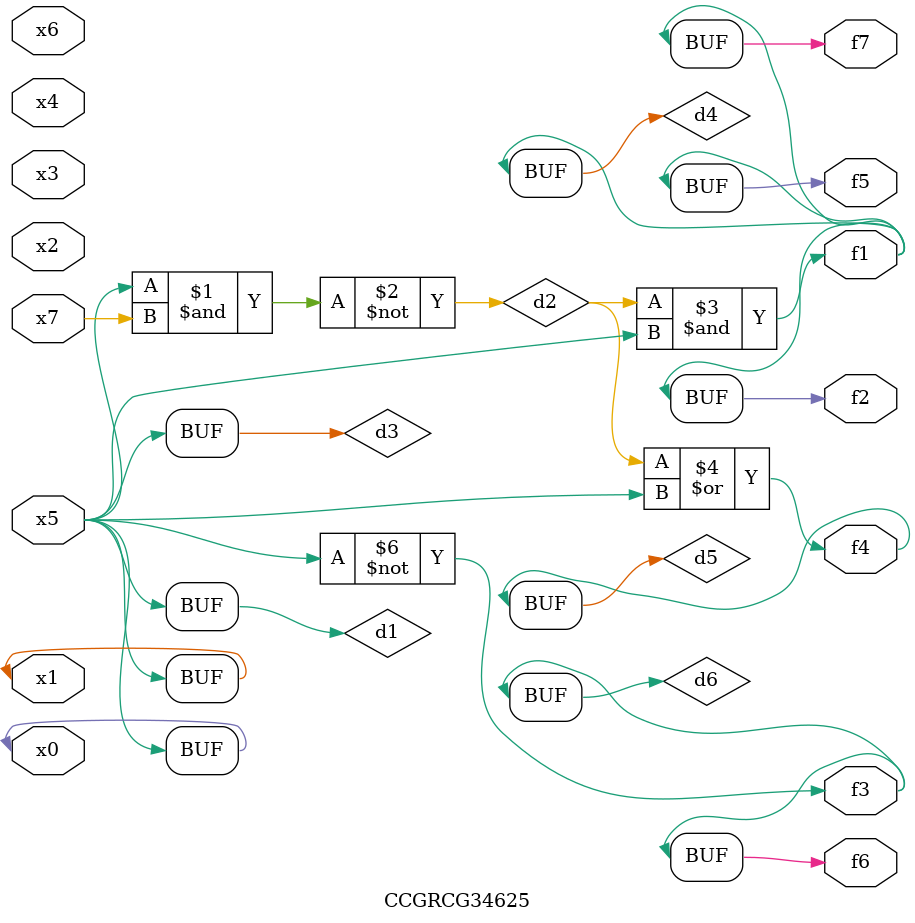
<source format=v>
module CCGRCG34625(
	input x0, x1, x2, x3, x4, x5, x6, x7,
	output f1, f2, f3, f4, f5, f6, f7
);

	wire d1, d2, d3, d4, d5, d6;

	buf (d1, x0, x5);
	nand (d2, x5, x7);
	buf (d3, x0, x1);
	and (d4, d2, d3);
	or (d5, d2, d3);
	nor (d6, d1, d3);
	assign f1 = d4;
	assign f2 = d4;
	assign f3 = d6;
	assign f4 = d5;
	assign f5 = d4;
	assign f6 = d6;
	assign f7 = d4;
endmodule

</source>
